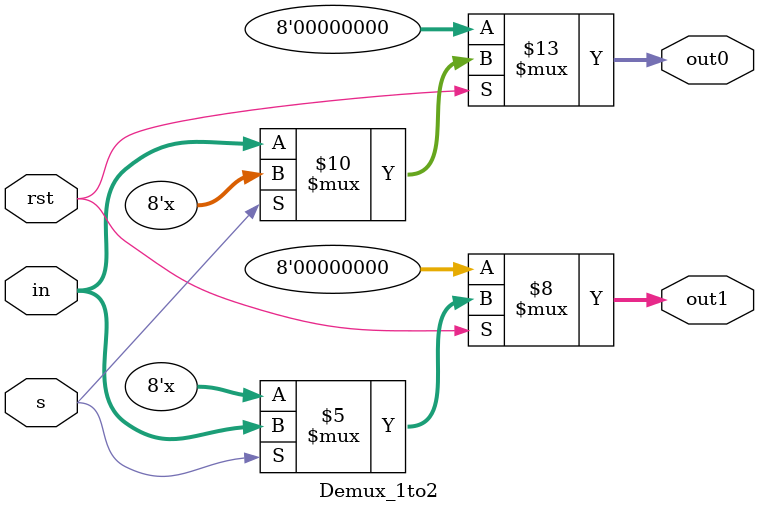
<source format=v>

module Demux_1to2(out0, out1, in, s, rst);
	input s, rst;
 	input [7:0] in;
 	output reg [7:0] out0, out1;
  
	always @(rst or in or s) begin
  		if(!rst) begin
   			out0 <= 0;
   			out1 <= 0;
  		end 
  		else begin
   			if(s==0) out0 <= in;
   			if(s==1) out1 <= in;
  		end
 	end 
endmodule 

</source>
